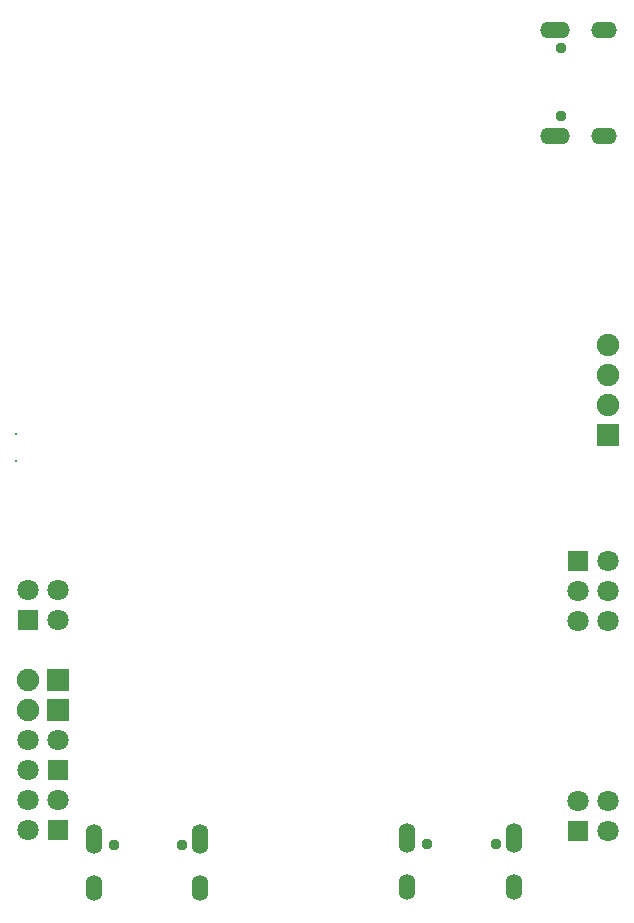
<source format=gbs>
G04*
G04 #@! TF.GenerationSoftware,Altium Limited,Altium Designer,19.0.10 (269)*
G04*
G04 Layer_Color=16711935*
%FSLAX25Y25*%
%MOIN*%
G70*
G01*
G75*
%ADD97C,0.07099*%
%ADD98R,0.07099X0.07099*%
%ADD99C,0.07493*%
%ADD100R,0.07493X0.07493*%
%ADD101R,0.07493X0.07493*%
%ADD102C,0.00800*%
%ADD103R,0.07099X0.07099*%
%ADD104C,0.03753*%
%ADD105O,0.05524X0.08674*%
%ADD106O,0.05524X0.09855*%
%ADD107O,0.08674X0.05524*%
%ADD108O,0.09855X0.05524*%
D97*
X384500Y213875D02*
D03*
X374500D02*
D03*
X384500Y223875D02*
D03*
X374500D02*
D03*
X384500Y233875D02*
D03*
X374500Y153750D02*
D03*
X384500Y143750D02*
D03*
Y153750D02*
D03*
X191000Y144250D02*
D03*
X201000Y154250D02*
D03*
X191000D02*
D03*
Y224250D02*
D03*
X201000Y214250D02*
D03*
Y224250D02*
D03*
X191000Y164125D02*
D03*
X201000Y174125D02*
D03*
X191000D02*
D03*
D98*
X374500Y233875D02*
D03*
X201000Y144250D02*
D03*
Y164125D02*
D03*
D99*
X191000Y184250D02*
D03*
Y194250D02*
D03*
X384500Y286000D02*
D03*
Y296000D02*
D03*
Y306000D02*
D03*
D100*
X201000Y184250D02*
D03*
Y194250D02*
D03*
D101*
X384500Y276000D02*
D03*
D102*
X187250Y267097D02*
D03*
Y276153D02*
D03*
D103*
X374500Y143750D02*
D03*
X191000Y214250D02*
D03*
D104*
X324303Y139495D02*
D03*
X347059D02*
D03*
X219717Y139251D02*
D03*
X242473D02*
D03*
X368655Y382091D02*
D03*
Y404847D02*
D03*
D105*
X317619Y125125D02*
D03*
X353053Y125125D02*
D03*
X213033Y124881D02*
D03*
X248466Y124881D02*
D03*
D106*
X353053Y141463D02*
D03*
X317620Y141464D02*
D03*
X248467Y141219D02*
D03*
X213034Y141219D02*
D03*
D107*
X383026Y375408D02*
D03*
X383026Y410841D02*
D03*
D108*
X366687Y410842D02*
D03*
X366687Y375409D02*
D03*
M02*

</source>
